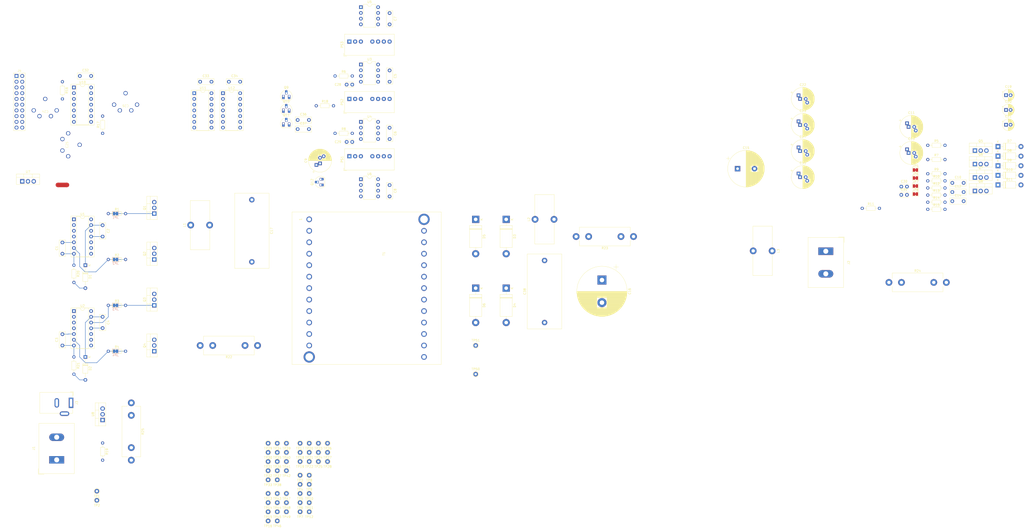
<source format=kicad_pcb>
(kicad_pcb (version 20240108) (generator "pcbnew") (generator_version "8.0")
  (layers (0 "F.Cu" signal) (31 "B.Cu" signal) (34 "B.Paste" user) (35 "F.Paste" user) (36 "B.SilkS" user "B.Silkscreen") (37 "F.SilkS" user "F.Silkscreen") (38 "B.Mask" user) (39 "F.Mask" user) (44 "Edge.Cuts" user))
  (net 0 "")
  (net 1 "/Stage_1/Vin+")
  (net 2 "/Stage_1/Vin-")
  (net 3 "/Stage_1/Transformer_1")
  (net 4 "Net-(D1-K)")
  (net 5 "/Stage_1/Transformer_2")
  (net 6 "Net-(D2-K)")
  (net 7 "/Stage_2/Vbus+")
  (net 8 "Net-(D3-A)")
  (net 9 "/Stage_2/Vbus-")
  (net 10 "Net-(D5-A)")
  (net 11 "Net-(JP1-A)")
  (net 12 "Net-(JP1-B)")
  (net 13 "Net-(JP2-B)")
  (net 14 "Net-(JP2-A)")
  (net 15 "Net-(JP3-B)")
  (net 16 "Net-(JP3-A)")
  (net 17 "Net-(JP4-B)")
  (net 18 "Net-(JP4-A)")
  (net 19 "Net-(JP5-B)")
  (net 20 "Net-(JP5-A)")
  (net 21 "Net-(JP6-B)")
  (net 22 "Net-(JP6-A)")
  (net 23 "Net-(JP7-B)")
  (net 24 "Net-(JP7-A)")
  (net 25 "Net-(JP8-B)")
  (net 26 "Net-(JP8-A)")
  (net 27 "VCC")
  (net 28 "/Stage_2/VG_Q5")
  (net 29 "/Stage_2/SPWM_1")
  (net 30 "/Stage_2/VG_Q6_Q8")
  (net 32 "/Stage_2/VG_Q7")
  (net 34 "/Stage_2/SPWM_2")
  (net 35 "Net-(T1-AA)")
  (net 38 "Net-(C17-Pad1)")
  (net 39 "Net-(U7-IN)")
  (net 41 "VDD")
  (net 43 "GNDD")
  (net 44 "Net-(C24-Pad1)")
  (net 47 "Net-(C25-Pad1)")
  (net 48 "Net-(C26-Pad1)")
  (net 49 "Net-(U8-IN)")
  (net 50 "Net-(U3-C)")
  (net 51 "Net-(U4-C)")
  (net 52 "Net-(U5-C)")
  (net 53 "Net-(U6-C)")
  (net 54 "Net-(D1-A)")
  (net 55 "Net-(D2-A)")
  (net 56 "Net-(D3-K)")
  (net 57 "Net-(D7-A)")
  (net 58 "Net-(D8-A)")
  (net 59 "Net-(D10-K)")
  (net 60 "Net-(D10-A)")
  (net 61 "Net-(D11-A)")
  (net 62 "Net-(J2-Pin_1)")
  (net 64 "/Control/MCU_Stage_2_Phase_1")
  (net 65 "/Control/MCU_Stage_1")
  (net 66 "/Control/MCU_Stage_2_Phase_2")
  (net 80 "/Control/Q5_Gate")
  (net 81 "Net-(Q9-G)")
  (net 82 "/Control/Q6_Gate")
  (net 83 "Net-(Q10-G)")
  (net 84 "/Control/Q7_Gate")
  (net 85 "Net-(Q11-G)")
  (net 86 "Net-(Q12-G)")
  (net 87 "/Control/Q8_Gate")
  (net 88 "Net-(R14-Pad1)")
  (net 89 "Net-(R16-Pad1)")
  (net 90 "Net-(R17-Pad1)")
  (net 91 "Net-(R18-Pad1)")
  (net 93 "/Control/Stage_1_Gate_1")
  (net 96 "/Control/Stage_1_Gate_2")
  (net 108 "Net-(U10-Pad4)")
  (net 109 "Net-(U10-Pad12)")
  (net 110 "Net-(U10-Pad8)")
  (net 113 "Net-(C16-Pad1)")
  (net 114 "Net-(J2-Pin_2)")
  (net 115 "Net-(Q1-D)")
  (net 116 "Net-(R22-Pad2)")
  (net 117 "Net-(R22-Pad3)")
  (net 118 "Net-(T1-AB)")
  (net 119 "Net-(R23-Pad2)")
  (net 120 "Net-(R23-Pad3)")
  (net 121 "Net-(R24-Pad2)")
  (net 122 "Net-(R24-Pad3)")
  (net 123 "Net-(R25-Pad2)")
  (net 124 "Net-(R25-Pad3)")
  (net 125 "Net-(T1-SD)")
  (net 126 "Net-(T1-SC)")
  (footprint "Diode_THT:D_DO-41_SOD81_P10.16mm_Horizontal" (layer "F.Cu") (at 457.2 60.08)
    (property "Reference" "D9")
    (property "Value" "D_Zener")
  )
  (footprint "Connector_Pin:Pin_D1.0mm_L10.0mm" (layer "F.Cu") (at 142.3 205.26)
    (property "Reference" "TP47")
    (property "Value" "TestPoint")
  )
  (footprint "Capacitor_THT:C_Disc_D7.0mm_W2.5mm_P5.00mm" (layer "F.Cu") (at 187.96 -7.54 -90)
    (property "Reference" "C7")
    (property "Value" "104")
  )
  (footprint "Connector_Pin:Pin_D1.0mm_L10.0mm" (layer "F.Cu") (at 148.35 191.11)
    (property "Reference" "TP19")
    (property "Value" "TestPoint")
  )
  (footprint "Capacitor_THT:C_Disc_D7.0mm_W2.5mm_P5.00mm" (layer "F.Cu") (at 437 67.68)
    (property "Reference" "C10")
    (property "Value" "104")
  )
  (footprint "Package_TO_SOT_THT:TO-220-3_Vertical" (layer "F.Cu") (at 83.82 101.6 90)
    (property "Reference" "Q2")
    (property "Value" "IRF540N")
  )
  (footprint "Connector_Pin:Pin_D1.0mm_L10.0mm" (layer "F.Cu") (at 142.3 213.36)
    (property "Reference" "TP49")
    (property "Value" "TestPoint")
  )
  (footprint "Resistor_THT:R_Axial_DIN0204_L3.6mm_D1.6mm_P7.62mm_Horizontal" (layer "F.Cu") (at 426.13 69.93)
    (property "Reference" "R12")
    (property "Value" "R")
  )
  (footprint "Package_TO_SOT_THT:TO-220-3_Vertical" (layer "F.Cu") (at 447.01 71.26)
    (property "Reference" "Q8")
    (property "Value" "IPA60R180P7")
  )
  (footprint "Connector_Pin:Pin_D1.0mm_L10.0mm" (layer "F.Cu") (at 156.45 191.11)
    (property "Reference" "TP25")
    (property "Value" "TestPoint")
  )
  (footprint "Capacitor_THT:CP_Radial_D10.0mm_P2.50mm_P5.00mm" (layer "F.Cu") (at 369.61 65.13)
    (property "Reference" "C35")
    (property "Value" "C_Polarized")
  )
  (footprint "Diode_THT:D_DO-201AD_P15.24mm_Horizontal" (layer "F.Cu") (at 239.56 83.82 -90)
    (property "Reference" "D3")
    (property "Value" "UF5408")
  )
  (footprint "Connector_Pin:Pin_D1.0mm_L10.0mm" (layer "F.Cu") (at 156.45 183.01)
    (property "Reference" "TP23")
    (property "Value" "TestPoint")
  )
  (footprint "Package_TO_SOT_THT:TO-220-3_Vertical" (layer "F.Cu") (at 60.96 172.72 90)
    (property "Reference" "U8")
    (property "Value" "L7812/L7815")
  )
  (footprint "Connector_PinHeader_2.54mm:PinHeader_2x10_P2.54mm_Vertical" (layer "F.Cu") (at 22.86 20.32)
    (property "Reference" "J4")
    (property "Value" "Conn_02x10_Odd_Even")
  )
  (footprint "Resistor_THT:R_Axial_DIN0204_L3.6mm_D1.6mm_P7.62mm_Horizontal" (layer "F.Cu") (at 426.13 76.23)
    (property "Reference" "R14")
    (property "Value" "R")
  )
  (footprint "Connector_Pin:Pin_D1.0mm_L10.0mm" (layer "F.Cu") (at 148.35 201.21)
    (property "Reference" "TP4")
    (property "Value" "TestPoint")
  )
  (footprint "Capacitor_THT:CP_Radial_D16.0mm_P7.50mm" (layer "F.Cu") (at 341.954491 61.39)
    (property "Reference" "C15")
    (property "Value" "50V 4700uF")
  )
  (footprint "Diode_THT:D_DO-41_SOD81_P10.16mm_Horizontal" (layer "F.Cu") (at 457.2 64.33)
    (property "Reference" "D10")
    (property "Value" "D_Zener")
  )
  (footprint "Resistor_THT:R_Axial_DIN0204_L3.6mm_D1.6mm_P7.62mm_Horizontal" (layer "F.Cu") (at 43.18 22.86 -90)
    (property "Reference" "R16")
    (property "Value" "100k")
  )
  (footprint "Resistor_THT:R_Axial_DIN0204_L3.6mm_D1.6mm_P7.62mm_Horizontal" (layer "F.Cu") (at 426.13 79.38)
    (property "Reference" "R15")
    (property "Value" "R")
  )
  (footprint "Capacitor_THT:CP_Radial_D10.0mm_P2.50mm_P5.00mm" (layer "F.Cu") (at 417.634646 42.87)
    (property "Reference" "C11")
    (property "Value" "50V 100uF")
  )
  (footprint "Resistor_THT:R_Axial_DIN0204_L3.6mm_D1.6mm_P7.62mm_Horizontal" (layer "F.Cu") (at 63.5 121.92)
    (property "Reference" "R3")
    (property "Value" "R")
  )
  (footprint "Connector_Pin:Pin_D1.0mm_L10.0mm" (layer "F.Cu") (at 148.35 197.16)
    (property "Reference" "TP3")
    (property "Value" "TestPoint")
  )
  (footprint "Resistor_THT:R_Axial_DIN0204_L3.6mm_D1.6mm_P7.62mm_Horizontal" (layer "F.Cu") (at 426.13 57.33)
    (property "Reference" "R7")
    (property "Value" "R")
  )
  (footprint "Package_TO_SOT_THT:TO-92L_HandSolder" (layer "F.Cu") (at 140.97 35.32)
    (property "Reference" "Q10")
    (property "Value" "2N7000")
  )
  (footprint "Package_DIP:DIP-14_W7.62mm_Socket" (layer "F.Cu") (at 114.22 27.94)
    (property "Reference" "U12")
    (property "Value" "74LS02")
  )
  (footprint "Capacitor_THT:C_Disc_D7.0mm_W2.5mm_P5.00mm" (layer "F.Cu") (at 187.96 68.66 -90)
    (property "Reference" "C8")
    (property "Value" "104")
  )
  (footprint "Connector_Pin:Pin_D1.0mm_L10.0mm" (layer "F.Cu") (at 58.42 204.23)
    (property "Reference" "TP1")
    (property "Value" "TestPoint")
  )
  (footprint "Capacitor_THT:C_Disc_D7.0mm_W2.5mm_P5.00mm" (layer "F.Cu") (at 437 75.78)
    (property "Reference" "C14")
    (property "Value" "104")
  )
  (footprint "Package_TO_SOT_THT:TO-220-3_Vertical" (layer "F.Cu") (at 83.82 121.92 90)
    (property "Reference" "Q3")
    (property "Value" "IRF540N")
  )
  (footprint "Connector_BarrelJack:BarrelJack_GCT_DCJ200-10-A_Horizontal" (layer "F.Cu") (at 46.99 165.1 -90)
    (property "Reference" "J3")
    (property "Value" "Barrel_Jack_Switch")
  )
  (footprint "Package_DIP:DIP-14_W7.62mm_Socket" (layer "F.Cu") (at 48.26 124.46)
    (property "Reference" "U2")
    (property "Value" "IR21814")
  )
  (footprint "Converter_DCDC:Converter_DCDC_XP_POWER-ITxxxxxS_THT" (layer "F.Cu") (at 170.18 55.88 90)
    (property "Reference" "PS1")
    (property "Value" "ITX2412SA-HR")
  )
  (footprint "Diode_THT:D_DO-201AD_P15.24mm_Horizontal" (layer "F.Cu") (at 226.06 83.82 -90)
    (property "Reference" "D5")
    (property "Value" "UF5408")
  )
  (footprint "Resistor_THT:R_Axial_DIN0204_L3.6mm_D1.6mm_P7.62mm_Horizontal" (layer "F.Cu") (at 426.13 63.63)
    (property "Reference" "R9")
    (property "Value" "R")
  )
  (footprint "Connector_Pin:Pin_D1.0mm_L10.0mm" (layer "F.Cu") (at 156.45 187.06)
    (property "Reference" "TP24")
    (property "Value" "TestPoint")
  )
  (footprint "Capacitor_THT:C_Disc_D3.4mm_W2.1mm_P2.50mm" (layer "F.Cu") (at 414.42 69.32)
    (property "Reference" "C30")
    (property "Value" "30pF")
  )
  (footprint "Connector_Pin:Pin_D1.0mm_L10.0mm" (layer "F.Cu") (at 152.4 187.06)
    (property "Reference" "TP21")
    (property "Value" "TestPoint")
  )
  (footprint "Diode_THT:D_DO-35_SOD27_P10.16mm_Horizontal" (layer "F.Cu") (at 53.34 144.78 -90)
    (property "Reference" "D2")
    (property "Value" "1N4148")
  )
  (footprint "GB2:C_Trim" (layer "F.Cu") (at 45.72 50.8 90)
    (property "Reference" "C25")
    (property "Value" "5-65pF")
  )
  (footprint "Connector_Pin:Pin_D1.0mm_L10.0mm" (layer "F.Cu") (at 138.25 217.41)
    (property "Reference" "TP46")
    (property "Value" "TestPoint")
  )
  (footprint "Connector_Pin:Pin_D1.0mm_L10.0mm" (layer "F.Cu") (at 134.2 199.21)
    (property "Reference" "TP33")
    (property "Value" "TestPoint")
  )
  (footprint "Connector_Pin:Pin_D1.0mm_L10.0mm" (layer "F.Cu") (at 138.25 187.06)
    (property "Reference" "TP35")
    (property "Value" "TestPoint")
  )
  (footprint "Connector_Pin:Pin_D1.0mm_L10.0mm" (layer "F.Cu") (at 138.25 199.21)
    (property "Reference" "TP38")
    (property "Value" "TestPoint")
  )
  (footprint "Inductor_THT:L_Toroid_Vertical_L21.6mm_W8.4mm_P8.38mm_Pulse_G" (layer "F.Cu") (at 357.255 97.79 -90)
    (property "Reference" "L3")
    (property "Value" "1000uH")
  )
  (footprint "Capacitor_THT:CP_Radial_D22.0mm_P10.00mm_SnapIn" (layer "F.Cu") (at 281.94 110.71 -90)
    (property "Reference" "C16")
    (property "Value" "470V 220uF")
  )
  (footprint "Jumper:SolderJumper-2_P1.3mm_Bridged_Pad1.0x1.5mm" (layer "F.Cu") (at 420.67 61.97)
    (property "Reference" "JP5")
    (property "Value" "Jumper_2_Bridged")
  )
  (footprint "Inductor_THT:L_Toroid_Vertical_L21.6mm_W8.4mm_P8.38mm_Pulse_G" (layer "F.Cu") (at 99.945 86.36 90)
    (property "Reference" "L1")
    (property "Value" "42uH")
  )
  (footprint "Connector_Pin:Pin_D1.0mm_L10.0mm" (layer "F.Cu") (at 152.4 205.26)
    (property "Reference" "TP10")
    (property "Value" "TestPoint")
  )
  (footprint "Capacitor_THT:C_Disc_D3.4mm_W2.1mm_P2.50mm" (layer "F.Cu") (at 171.45 49.53 180)
    (property "Reference" "C29")
    (property "Value" "30pF")
  )
  (footprint "Resistor_THT:R_Axial_DIN0204_L3.6mm_D1.6mm_P7.62mm_Horizontal" (layer "F.Cu") (at 155.52 33.51)
    (property "Reference" "R18")
    (property "Value" "100k")
  )
  (footprint "Capacitor_THT:CP_Radial_D10.0mm_P2.50mm_P5.00mm" (layer "F.Cu") (at 369.61 30.48)
    (property "Reference" "C22")
    (property "Value" "C_Polarized")
  )
  (footprint "Connector_Pin:Pin_D1.0mm_L10.0mm" (layer "F.Cu") (at 134.2 209.31)
    (property "Reference" "TP14")
    (property "Value" "TestPoint")
  )
  (footprint "Connector_Pin:Pin_D1.0mm_L10.0mm" (layer "F.Cu") (at 148.35 187.06)
    (property "Reference" "TP18")
    (property "Value" "TestPoint")
  )
  (footprint "Capacitor_THT:C_Disc_D7.0mm_W2.5mm_P5.00mm" (layer "F.Cu") (at 187.96 43.26 -90)
    (property "Reference" "C6")
    (property "Value" "104")
  )
  (footprint "Capacitor_THT:CP_Radial_D10.0mm_P2.50mm_P5.00mm" (layer "F.Cu") (at 369.61 42.03)
    (property "Reference" "C23")
    (property "Value" "C_Polarized")
  )
  (footprint "Package_TO_SOT_THT:TO-92L_HandSolder" (layer "F.Cu") (at 140.97 41.43)
    (property "Reference" "Q11")
    (property "Value" "2N7000")
  )
  (footprint "Connector_Pin:Pin_D1.0mm_L10.0mm" (layer "F.Cu") (at 138.25 191.11)
    (property "Reference" "TP36")
    (property "Value" "TestPoint")
  )
  (footprint "Connector_Pin:Pin_D1.0mm_L10.0mm" (layer "F.Cu") (at 134.2 187.06)
    (property "Reference" "TP30")
    (property "Value" "TestPoint")
  )
  (footprint "Connector_Pin:Pin_D1.0mm_L10.0mm" (layer "F.Cu") (at 138.25 209.31)
    (property "Reference" "TP44")
    (property "Value" "TestPoint")
  )
  (footprint "Resistor_THT:R_Axial_DIN0204_L3.6mm_D1.6mm_P7.62mm_Horizontal" (layer "F.Cu") (at 60.96 182.88 -90)
    (property "Reference" "R19")
    (property "Value" "R")
  )
  (footprint "Resistor_THT:R_Axial_DIN0204_L3.6mm_D1.6mm_P7.62mm_Horizontal" (layer "F.Cu") (at 63.5 142.24)
    (property "Reference" "R4")
    (property "Value" "R")
  )
  (footprint "Diode_THT:D_DO-201AD_P15.24mm_Horizontal" (layer "F.Cu") (at 239.56 114.3 -90)
    (property "Reference" "D4")
    (property "Value" "UF5408")
  )
  (footprint "Capacitor_THT:C_Disc_D3.4mm_W2.1mm_P2.50mm" (layer "F.Cu") (at 171.45 24.13 180)
    (property "Reference" "C28")
    (property "Value" "30pF")
  )
  (footprint "Resistor_THT:R_Axial_DIN0204_L3.6mm_D1.6mm_P7.62mm_Horizontal" (layer "F.Cu") (at 63.5 101.6)
    (property "Reference" "R2")
    (property "Value" "R")
  )
  (footprint "Jumper:SolderJumper-2_P1.3mm_Bridged_Pad1.0x1.5mm" (layer "F.Cu") (at 420.67 65.52)
    (property "Reference" "JP6")
    (property "Value" "Jumper_2_Bridged")
  )
  (footprint "Connector_Pin:Pin_D1.0mm_L10.0mm" (layer "F.Cu") (at 134.2 183.01)
    (property "Reference" "TP29")
    (property "Value" "TestPoint")
  )
  (footprint "Capacitor_THT:C_Disc_D7.0mm_W2.5mm_P5.00mm" (layer "F.Cu") (at 60.96 86.44 -90)
    (property "Reference" "C2")
    (property "Value" "C")
  )
  (footprint "Connector_Pin:Pin_D1.0mm_L10.0mm" (layer "F.Cu") (at 134.2 191.11)
    (property "Reference" "TP31")
    (property "Value" "TestPoint")
  )
  (footprint "Connector_Pin:Pin_D1.0mm_L10.0mm" (layer "F.Cu") (at 142.3 209.31)
    (property "Reference" "TP48")
    (property "Value" "TestPoint")
  )
  (footprint "Connector_Pin:Pin_D1.0mm_L10.0mm" (layer "F.Cu") (at 138.25 183.01)
    (property "Reference" "TP34")
    (property "Value" "TestPoint")
  )
  (footprint "Connector_Pin:Pin_D1.0mm_L10.0mm" (layer "F.Cu") (at 148.35 205.26)
    (property "Reference" "TP5")
    (property "Value" "TestPoint")
  )
  (footprint "Package_TO_SOT_THT:TO-220-3_Vertical" (layer "F.Cu") (at 447.01 65.3)
    (property "Reference" "Q7")
    (property "Value" "IPA60R180P7")
  )
  (footprint "Diode_THT:D_DO-201AD_P15.24mm_Horizontal" (layer "F.Cu") (at 226.06 114.3 -90)
    (property "Reference" "D6")
    (property "Value" "UF5408")
  )
  (footprint "Resistor_THT:R_Axial_DIN0204_L3.6mm_D1.6mm_P7.62mm_Horizontal" (layer "F.Cu") (at 63.5 81.28)
    (property "Reference" "R1")
    (property "Value" "R")
  )
  (footprint "Package_DIP:DIP-14_W7.62mm_Socket" (layer "F.Cu") (at 48.26 25.4)
    (property "Reference" "U10")
    (property "Value" "74LS14")
  )
  (footprint "Package_TO_SOT_THT:TO-220-3_Vertical" (layer "F.Cu") (at 447.01 53.38)
    (property "Reference" "Q5")
    (property "Value" "IPA60R180P7")
  )
  (footprint "Capacitor_THT:C_Disc_D7.0mm_W2.5mm_P5.00mm" (layer "F.Cu") (at 60.96 127 -90)
    (property "Reference" "C4")
    (property "Value" "C")
  )
  (footprint "Capacitor_THT:C_Rect_L33.0mm_W15.0mm_P27.50mm_MKS4" (layer "F.Cu") (at 127 75.15 -90)
    (property "Reference" "C17")
    (property "Value" "630VAC 0.24uF")
  )
  (footprint "Connector_Pin:Pin_D1.0mm_L10.0mm" (layer "F.Cu") (at 226.06 139.7 180)
    (property "Reference" "TP51")
    (property "Value" "TestPoint")
  )
  (footprint "Resistor_THT:R_Axial_DIN0204_L3.6mm_D1.6mm_P7.62mm_Horizontal" (layer "F.Cu") (at 163.83 20.32)
    (property "Reference" "R6")
    (property "Value" "R")
  )
  (footprint "Jumper:SolderJumper-2_P1.3mm_Bridged_Pad1.0x1.5mm" (layer "F.Cu") (at 420.67 72.62)
    (property "Reference" "JP8")
    (property "Value" "Jumper_2_Bridged")
  )
  (footprint "Connector_Pin:Pin_D1.0mm_L10.0mm" (layer "F.Cu") (at 134.2 217.41)
    (property "Reference" "TP16")
    (property "Value" "TestPoint")
  )
  (footprint "Capacitor_THT:C_Disc_D7.0mm_W2.5mm_P5.00mm" (layer "F.Cu") (at 147.27 43.86)
    (property "Reference" "C37")
    (property "Value" "100nF")
  )
  (footprint "Capacitor_THT:C_Disc_D7.0mm_W2.5mm_P5.00mm" (layer "F.Cu") (at 187.96 17.86 -90)
    (property "Reference" "C5")
    (property "Value" "104")
  )
  (footprint "Connector_Pin:Pin_D1.0mm_L10.0mm" (layer "F.Cu") (at 226.06 152.4 180)
    (property "Reference" "TP50")
    (property "Value" "TestPoint")
  )
  (footprint "Package_DIP:DIP-14_W7.62mm_Socket" (layer "F.Cu") (at 48.26 83.82)
    (property "Reference" "U1")
    (property "Value" "IR21814")
  )
  (footprint "Connector_Pin:Pin_D1.0mm_L10.0mm" (layer "F.Cu") (at 142.3 195.16)
    (property "Reference" "TP42")
    (property "Value" "TestPoint")
  )
  (footprint "TerminalBlock_Dinkle:TerminalBlock_Dinkle_DT-55-B01X-02_P10.00mm" (layer "F.Cu") (at 381 97.95 -90)
    (property "Reference" "J2")
    (property "Value" "Screw_Terminal_01x02")
  )
  (footprint "Capacitor_THT:C_Disc_D7.0mm_W2.5mm_P5.00mm" (layer "F.Cu") (at 121.84 22.86 180)
    (property "Reference" "C34")
    (property "Value" "100nF")
  )
  (footprint "Inductor_THT:L_Toroid_Vertical_L21.6mm_W8.4mm_P8.38mm_Pulse_G" (layer "F.Cu") (at 252.345 83.82 90)
    (property "Reference" "L2")
    (property "Value" "L_Ferrite")
  )
  (footprint "Resistor_THT:R_Axial_Shunt_L22.2mm_W8.0mm_PS14.30mm_P25.40mm" (layer "F.Cu") (at 295.91 91.44 180)
    (property "Reference" "R23")
    (property "Value" "R_Shunt")
  )
  (footprint "Diode_THT:D_DO-35_SOD27_P10.16mm_Horizontal" (layer "F.Cu") (at 53.34 104.14 -90)
    (property "Reference" "D1")
    (property "Value" "1N4148")
  )
  (footprint "Resistor_THT:R_Axial_DIN0204_L3.6mm_D1.6mm_P7.62mm_Horizontal" (layer "F.Cu") (at 48.26 104.14 -90)
    (property "Reference" "R20")
    (property "Value" "R")
  )
  (footprint "Resistor_THT:R_Axial_Shunt_L22.2mm_W8.0mm_PS14.30mm_P25.40mm" (layer "F.Cu") (at 73.66 165.1 -90)
    (property "Reference" "R25")
    (property "Value" "R_Shunt")
  )
  (footprint "Connector_Pin:Pin_D1.0mm_L10.0mm" (layer "F.Cu") (at 152.4 209.31)
    (property "Reference" "TP11")
    (property "Value" "TestPoint")
  )
  (footprint "Connector_Pin:Pin_D1.0mm_L10.0mm" (layer "F.Cu") (at 152.4 191.11)
    (property "Reference" "TP22")
    (property "Value" "TestPoint")
  )
  (footprint "Capacitor_THT:CP_Radial_D10.0mm_P2.50mm_P5.00mm" (layer "F.Cu") (at 369.61 53.58)
    (property "Reference" "C27")
    (property "Value" "C_Polarized")
  )
  (footprint "Package_TO_SOT_THT:TO-220-3_Vertical" (layer "F.Cu") (at 447.01 59.34)
    (property "Reference" "Q6")
    (property "Value" "IPA60R180P7")
  )
  (footprint "Capacitor_THT:CP_Radial_D5.0mm_P2.00mm" (layer "F.Cu") (at 460.769775 28.82)
    (property "Reference" "C19")
    (property "Value" "50V 22uF")
  )
  (footprint "Package_TO_SOT_THT:TO-220-3_Vertical" (layer "F.Cu") (at 83.82 142.24 90)
    (property "Reference" "Q4")
    (property "Value" "IRF540N")
  )
  (footprint "Converter_DCDC:Converter_DCDC_XP_POWER-ITxxxxxS_THT" (layer "F.Cu") (at 170.18 30.48 90)
    (property "Reference" "PS2")
    (property "Value" "ITX2412SA-HR")
  )
  (footprint "Diode_THT:D_DO-41_SOD81_P10.16mm_Horizontal" (layer "F.Cu") (at 457.2 55.83)
    (property "Reference" "D8")
    (property "Value" "D_Zener")
  )
  (footprint "Connector_Pin:Pin_D1.0mm_L10.0mm" (layer "F.Cu") (at 58.42 208.28)
    (property "Reference" "TP2")
    (property "Value" "TestPoint")
  )
  (footprint "Connector_Pin:Pin_D1.0mm_L10.0mm" (layer "F.Cu") (at 148.35 209.31)
    (property "Reference" "TP6")
    (property "Value" "TestPoint")
  )
  (footprint "Resistor_THT:R_Axial_Shunt_L22.2mm_W8.0mm_PS14.30mm_P25.40mm" (layer "F.Cu") (at 129.54 139.7 180)
    (property "Reference" "R22")
    (property "Value" "R_Shunt")
  )
  (footprint "Capacitor_THT:C_Rect_L33.0mm_W15.0mm_P27.50mm_MKS4" (layer "F.Cu") (at 256.54 129.54 90)
    (property "Reference" "C38")
    (property "Value" "400VDC 3.3uF")
  )
  (footprint "Capacitor_THT:CP_Radial_D10.0mm_P2.50mm_P5.00mm" (layer "F.Cu") (at 417.634646 54.42)
    (property "Reference" "C13")
    (property "Value" "50V 100uF")
  )
  (footprint "Connector_Pin:Pin_D1.0mm_L10.0mm" (layer "F.Cu") (at 138.25 195.16)
    (property "Reference" "TP37")
    (property "Value" "TestPoint")
  )
  (footprint "GB2:Transformer_GB2_Horizontal" (layer "F.Cu") (at 152.4 83.82 -90)
    (property "Reference" "T1")
    (property "Value" "Transformer_1P_2S")
  )
  (footprint "Connector_Pin:Pin_D1.0mm_L10.0mm" (layer "F.Cu") (at 160.5 187.06)
    (property "Reference" "TP27")
    (property "Value" "TestPoint")
  )
  (footprint "Connector_Pin:Pin_D1.0mm_L10.0mm" (layer "F.Cu") (at 152.4 201.21)
    (property "Reference" "TP9")
    (property "Value" "TestPoint")
  )
  (footprint "Resistor_THT:R_Axial_DIN0204_L3.6mm_D1.6mm_P7.62mm_Horizontal" (layer "F.Cu") (at 397.12 78.94)
    (property "Reference" "R11")
    (property "Value" "R")
  )
  (footprint "Connector_Pin:Pin_D1.0mm_L10.0mm" (layer "F.Cu") (at 160.5 191.11)
    (property "Reference" "TP28")
    (property "Value" "TestPoint")
  )
  (footprint "Resistor_THT:R_Axial_DIN0204_L3.6mm_D1.6mm_P7.62mm_Horizontal" (layer "F.Cu") (at 426.13 66.78)
    (property "Reference" "R10")
    (property "Value" "R")
  )
  (footprint "Capacitor_THT:CP_Radial_D5.0mm_P2.00mm" (layer "F.Cu") (at 460.769775 35.37)
    (property "Reference" "C20")
    (property "Value" "50V 22uF")
  )
  (footprint "Connector_Pin:Pin_D1.0mm_L10.0mm" (layer "F.Cu") (at 152.4 197.16)
    (property "Reference" "TP8")
    (property "Value" "TestPoint")
  )
  (footprint "Resistor_THT:R_Axial_DIN0204_L3.6mm_D1.6mm_P7.62mm_Horizontal" (layer "F.Cu") (at 426.13 73.08)
    (property "Reference" "R13")
    (property "Value" "R")
  )
  (footprint "Capacitor_THT:C_Disc_D7.0mm_W2.5mm_P5.00mm" (layer "F.Cu") (at 43.18 139.7 90)
    (property "Reference" "C3")
    (property "Value" "100nF")
  )
  (footprint "Connector_Pin:Pin_D1.0mm_L10.0mm" (layer "F.Cu") (at 138.25 213.36)
    (property "Reference" "TP45")
    (property "Value" "TestPoint")
  )
  (footprint "Connector_Pin:Pin_D1.0mm_L10.0mm" (layer "F.Cu") (at 152.4 183.01)
    (property "Reference" "TP20")
    (property "Value" "TestPoint")
  )
  (footprint "Connector_Pin:Pin_D1.0mm_L10.0mm" (layer "F.Cu") (at 142.3 191.11)
    (property "Reference" "TP41")
    (property "Value" "TestPoint")
  )
  (footprint "Connector_Pin:Pin_D1.0mm_L10.0mm" (layer "F.Cu") (at 134.2 213.36)
    (property "Reference" "TP15")
    (property "Value" "TestPoint")
  )
  (footprint "Package_DIP:DIP-14_W7.62mm_Socket" (layer "F.Cu") (at 101.52 27.94)
    (property "Reference" "U11")
    (property "Value" "74LS08")
  )
  (footprint "Connector_Pin:Pin_D1.0mm_L10.0mm" (layer "F.Cu") (at 148.35 213.36)
    (property "Reference" "TP7")
    (property "Value" "TestPoint")
  )
  (footprint "GB2:C_Trim" (layer "F.Cu") (at 71.12 33.02 180)
    (property "Reference" "C26")
    (property "Value" "5-65pF")
  )
  (footprint "Package_TO_SOT_THT:TO-220-3_Vertical" (layer "F.Cu") (at 25.4 66.985)
    (property "Reference" "U7")
    (property "Value" "L7805")
  )
  (footprint "NetTie:NetTie-2_SMD_Pad2.0mm" (layer "F.Cu") (at 43.18 68.58)
    (property "Reference" "NT1" (hide yes))
    (property "Value" "NetTie_2" (hide yes))
  )
  (footprint "Package_TO_SOT_THT:TO-92L_HandSolder" (layer "F.Cu") (at 157.48 68.58 90)
    (property "Reference" "Q12")
    (property "Value" "2N7000")
  )
  (footprint "Capacitor_THT:CP_Radial_D10.0mm_P2.50mm_P5.00mm" (layer "F.Cu") (at 157.181874 59.050937 90)
    (property "Reference" "C9")
    (property "Value" "50V 100uF")
  )
  (footprint "Package_TO_SOT_THT:TO-92L_HandSolder" (layer "F.Cu") (at 140.97 29.21)
    (property "Reference" "Q9")
    (property "Value" "2N7000")
  )
  (footprint "Capacitor_THT:C_Disc_D7.0mm_W2.5mm_P5.00mm" (layer "F.Cu") (at 55.88 20.32 180)
    (property "Reference" "C32")
    (property "Value" "100nF")
  )
  (footprint "Resistor_THT:R_Axial_DIN0204_L3.6mm_D1.6mm_P7.62mm_Horizontal" (layer "F.Cu") (at 48.26 144.78 -90)
    (property "Reference" "R21")
    (property "Value" "R")
  )
  (footprint "Connector_Pin:Pin_D1.0mm_L10.0mm" (layer "F.Cu") (at 134.2 205.26)
    (property "Reference" "TP13")
    (property "Value" "TestPoint")
  )
  (footprint "Connector_Pin:Pin_D1.0mm_L10.0mm" (layer "F.Cu") (at 142.3 183.01)
    (property "Reference" "TP39")
    (property "Value" "TestPoint")
  )
  (footprint "Package_TO_SOT_THT:TO-220-3_Vertical" (layer "F.Cu") (at 83.82 81.28 90)
    (property "Reference" "Q1")
    (property "Value" "IRF540N")
  )
  (footprint "Connector_Pin:Pin_D1.0mm_L10.0mm" (layer "F.Cu") (at 138.25 205.26)
    (property "Reference" "TP43")
    (property "Value" "TestPoint")
  )
  (footprint "Capacitor_THT:C_Disc_D7.0mm_W2.5mm_P5.00mm" (layer "F.Cu") (at 147.27 39.81)
    (property "Reference" "C36")
    (property "Value" "100nF")
  )
  (footprint "Connector_Pin:Pin_D1.0mm_L10.0mm" (layer "F.Cu") (at 160.5 183.01)
    (property "Reference" "TP26")
    (property "Value" "TestPoint")
  )
  (footprint "Package_DIP:DIP-8_W7.62mm" (layer "F.Cu") (at 175.26 40.64)
    (property "Reference" "U4")
    (property "Value" "TLP250")
  )
  (footprint "Package_DIP:DIP-8_W7.62mm" (layer "F.Cu") (at 175.26 15.24)
    (property "Reference" "U3")
    (property "Value" "TLP250")
  )
  (footprint "Capacitor_THT:C_Disc_D7.0mm_W2.5mm_P5.00mm" (layer "F.Cu") (at 43.18 99.06 90)
    (property "Reference" "C1")
    (property "Value" "100nF")
  )
  (footprint "GB2:C_Trim" (layer "F.Cu") (at 35.56 35.56 180)
    (property "Reference" "C24")
    (property "Value" "5-65pF")
  )
  (footprint "Connector_Pin:Pin_D1.0mm_L10.0mm" (layer "F.Cu") (at 148.35 183.01)
    (property "Reference" "TP17")
    (property "Value" "TestPoint")
  )
  (footprint "Converter_DCDC:Converter_DCDC_XP_POWER-ITxxxxxS_THT" (layer "F.Cu") (at 170.18 5.08 90)
    (property "Reference" "PS3")
    (property "Value" "ITX2412SA-HR")
  )
  (footprint "Connector_Pin:Pin_D1.0mm_L10.0mm" (layer "F.Cu") (at 134.2 195.16)
    (property "Reference" "TP32")
    (property "Value" "TestPoint")
  )
  (footprint "Package_DIP:DIP-8_W7.62mm" (layer "F.Cu") (at 175.26 -10.16)
    (property "Reference" "U5")
    (property "Value" "TLP250")
  )
  (footprint "Diode_THT:D_DO-41_SOD81_P10.16mm_Horizontal" (layer "F.Cu") (at 457.2 68.58)
    (property "Reference" "D11")
    (property "Value" "D_Zener")
  )
  (footprint "Resistor_THT:R_Axial_DIN0204_L3.6mm_D1.6mm_P7.62mm_Horizontal" (layer "F.Cu") (at 163.83 45.72)
    (property "Reference" "R8")
    (property "Value" "R")
  )
  (footprint "Jumper:SolderJumper-2_P1.3mm_Bridged_Pad1.0x1.5mm" (layer "F.Cu") (at 420.67 69.07)
    (property "Reference" "JP7")
    (property "Value" "Jumper_2_Bridged")
  )
  (footprint "Resistor_THT:R_Axial_DIN0204_L3.6mm_D1.6mm_P7.62mm_Horizontal" (layer "F.Cu") (at 60.96 45.72 90)
    (property "Reference" "R17")
    (property "Value" "100k")
  )
  (footprint "Diode_THT:D_DO-41_SOD81_P10.16mm_Horizontal" (layer "F.Cu") (at 457.2 51.58)
    (property "Reference" "D7")
    (property "Value" "D_Zener")
  )
  (footprint "Package_DIP:DIP-8_W7.62mm" (layer "F.Cu") (at 175.26 66.04)
    (property "Reference" "U6")
    (property "Value" "TLP250")
  )
  (footprint "Capacitor_THT:C_Disc_D7.0mm_W2.5mm_P5.00mm" (layer "F.Cu") (at 437 71.73)
    (property "Reference" "C12")
    (property "Value" "104")
  )
  (footprint "Capacitor_THT:C_Disc_D7.0mm_W2.5mm_P5.00mm" (layer "F.Cu") (at 109.14 22.86 180)
    (property "Reference" "C33")
    (property "Value" "100nF")
  )
  (footprint "Connector_Pin:Pin_D1.0mm_L10.0mm" (layer "F.Cu") (at 152.4 213.36)
    (property "Reference" "TP12")
    (property "Value" "TestPoint")
  )
  (footprint "Resistor_THT:R_Axial_DIN0204_L3.6mm_D1.6mm_P7.62mm_Horizontal" (layer "F.Cu") (at 426.13 51.03)
    (property "Reference" "R5")
    (property "Value" "R")
  )
  (footprint "Connector_Pin:Pin_D1.0mm_L10.0mm" (layer "F.Cu") (at 142.3 187.06)
    (property "Reference" "TP40")
    (property "Value" "TestPoint")
  )
  (footprint "TerminalBlock_Dinkle:TerminalBlock_Dinkle_DT-55-B01X-02_P10.00mm" (layer "F.Cu") (at 40.64 190.34 90)
    (property "Reference" "J1")
    (property "Value" "Screw_Terminal_01x02")
  )
  (footprint "Resistor_THT:R_Axial_Shunt_L22.2mm_W8.0mm_PS14.30mm_P25.40mm" (layer "F.Cu") (at 408.94 111.76)
    (property "Reference" "R24")
    (property "Value" "R_Shunt")
  )
  (footprint "Capacitor_THT:C_Disc_D3.4mm_W2.1mm_P2.50mm" (layer "F.Cu") (at 414.42 72.97)
    (property "Reference" "C31")
    (property "Value" "30pF")
  )
  (footprint "Capacitor_THT:CP_Radial_D5.0mm_P2.00mm" (layer "F.Cu") (at 460.769775 41.92)
    (property "Reference" "C21")
    (property "Value" "50V 22uF")
  )
  (footprint "Jumper:SolderJumper-2_P1.3mm_Bridged_Pad1.0x1.5mm" (layer "B.Cu") (at 66.69 121.92)
    (property "Reference" "JP3")
    (property "Value" "Jumper_2_Bridged")
  )
  (footprint "Jumper:SolderJumper-2_P1.3mm_Bridged_Pad1.0x1.5mm" (layer "B.Cu") (at 66.69 81.28)
    (property "Reference" "JP1")
    (property "Value" "Jumper_2_Bridged")
  )
  (footprint "Jumper:SolderJumper-2_P1.3mm_Bridged_Pad1.0x1.5mm" (layer "B.Cu") (at 66.69 142.24)
    (property "Reference" "JP4")
    (property "Value" "Jumper_2_Bridged")
  )
  (footprint "Jumper:SolderJumper-2_P1.3mm_Bridged_Pad1.0x1.5mm" (layer "B.Cu") (at 66.69 101.6)
    (property "Reference" "JP2")
    (property "Value" "Jumper_2_Bridged")
  )
  (segment (start 45.72 134.62) (end 45.64 134.7) (width 0.2) (layer "B.Cu") (net 2))
  (segment (start 45.64 134.7) (end 43.18 134.7) (width 0.2) (layer "B.Cu") (net 2))
  (segment (start 43.18 94.06) (end 48.18 94.06) (width 0.2) (layer "B.Cu") (net 2))
  (segment (start 48.18 94.06) (end 48.26 93.98) (width 0.2) (layer "B.Cu") (net 2))
  (segment (start 48.26 134.62) (end 45.72 134.62) (width 0.2) (layer "B.Cu") (net 2))
  (segment (start 55.88 91.44) (end 60.96 91.44) (width 0.2) (layer "B.Cu") (net 3))
  (segment (start 55.96 86.44) (end 55.88 86.36) (width 0.2) (layer "B.Cu") (net 4))
  (segment (start 53.34 104.14) (end 53.34 88.9) (width 0.2) (layer "B.Cu") (net 4))
  (segment (start 53.34 88.9) (end 55.88 86.36) (width 0.2) (layer "B.Cu") (net 4))
  (segment (start 60.96 86.44) (end 55.96 86.44) (width 0.2) (layer "B.Cu") (net 4))
  (segment (start 60.96 132) (end 55.96 132) (width 0.2) (layer "B.Cu") (net 5))
  (segment (start 55.96 132) (end 55.88 132.08) (width 0.2) (layer "B.Cu") (net 5))
  (segment (start 53.34 129.54) (end 55.88 127) (width 0.2) (layer "B.Cu") (net 6))
  (segment (start 55.88 127) (end 60.96 127) (width 0.2) (layer "B.Cu") (net 6))
  (segment (start 53.34 144.78) (end 53.34 129.54) (width 0.2) (layer "B.Cu") (net 6))
  (segment (start 66.04 81.28) (end 63.5 81.28) (width 0.2) (layer "B.Cu") (net 11))
  (segment (start 71.12 81.28) (end 83.82 81.28) (width 0.2) (layer "B.Cu") (net 12))
  (segment (start 67.34 81.28) (end 71.12 81.28) (width 0.2) (layer "B.Cu") (net 12))
  (segment (start 67.34 101.6) (end 71.12 101.6) (width 0.2) (layer "B.Cu") (net 13))
  (segment (start 58.02 107.08) (end 63.5 101.6) (width 0.2) (layer "B.Cu") (net 14))
  (segment (start 50.8 104.705685) (end 53.174315 107.08) (width 0.2) (layer "B.Cu") (net 14))
  (segment (start 53.174315 107.08) (end 58.02 107.08) (width 0.2) (layer "B.Cu") (net 14))
  (segment (start 66.04 101.6) (end 63.5 101.6) (width 0.2) (layer "B.Cu") (net 14))
  (segment (start 50.8 99.06) (end 50.8 104.705685) (width 0.2) (layer "B.Cu") (net 14))
  (segment (start 48.26 96.52) (end 50.8 99.06) (width 0.2) (layer "B.Cu") (net 14))
  (segment (start 83.82 121.92) (end 71.12 121.92) (width 0.2) (layer "B.Cu") (net 15))
  (segment (start 67.34 121.92) (end 71.12 121.92) (width 0.2) (layer "B.Cu") (net 15))
  (segment (start 63.5 127) (end 60.96 129.54) (width 0.2) (layer "B.Cu") (net 16))
  (segment (start 66.04 121.92) (end 63.5 121.92) (width 0.2) (layer "B.Cu") (net 16))
  (segment (start 60.96 129.54) (end 55.88 129.54) (width 0.2) (layer "B.Cu") (net 16))
  (segment (start 63.5 121.92) (end 63.5 127) (width 0.2) (layer "B.Cu") (net 16))
  (segment (start 67.34 142.24) (end 71.12 142.24) (width 0.2) (layer "B.Cu") (net 17))
  (segment (start 66.04 142.24) (end 63.5 142.24) (width 0.2) (layer "B.Cu") (net 18))
  (segment (start 58.42 147.32) (end 63.5 142.24) (width 0.2) (layer "B.Cu") (net 18))
  (segment (start 53.34 147.32) (end 58.42 147.32) (width 0.2) (layer "B.Cu") (net 18))
  (segment (start 50.8 139.7) (end 50.8 144.78) (width 0.2) (layer "B.Cu") (net 18))
  (segment (start 48.26 137.16) (end 50.8 139.7) (width 0.2) (layer "B.Cu") (net 18))
  (segment (start 50.8 144.78) (end 53.34 147.32) (width 0.2) (layer "B.Cu") (net 18))
  (segment (start 43.18 99.06) (end 48.26 99.06) (width 0.2) (layer "B.Cu") (net 27))
  (segment (start 48.26 139.7) (end 43.18 139.7) (width 0.2) (layer "B.Cu") (net 27))
  (segment (start 48.26 144.78) (end 48.26 139.7) (width 0.2) (layer "B.Cu") (net 27))
  (segment (start 48.26 104.14) (end 48.26 99.06) (width 0.2) (layer "B.Cu") (net 27))
  (segment (start 48.26 111.76) (end 50.8 114.3) (width 0.2) (layer "B.Cu") (net 54))
  (segment (start 50.8 114.3) (end 53.34 114.3) (width 0.2) (layer "B.Cu") (net 54))
  (segment (start 48.26 152.4) (end 50.8 154.94) (width 0.2) (layer "B.Cu") (net 55))
  (segment (start 50.8 154.94) (end 53.34 154.94) (width 0.2) (layer "B.Cu") (net 55))
)
</source>
